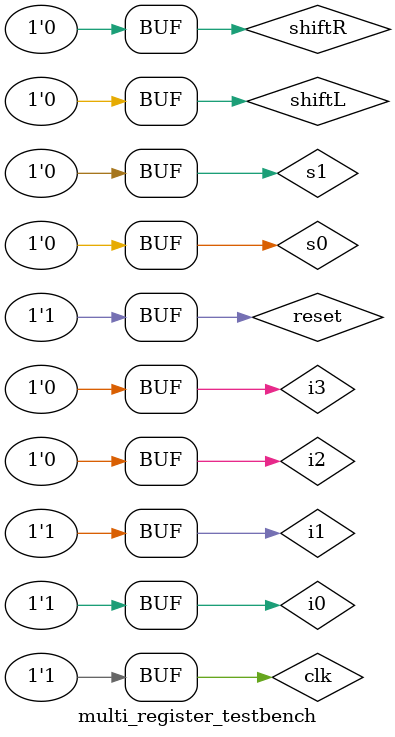
<source format=sv>
`timescale 1ns / 1ps


module multi_register_testbench( );
    logic i0,i1,i2,i3,s0,s1,clk,reset,shiftR,shiftL;
    logic a0,a1,a2,a3;
    
    multi_register dut(i0,i1,i2,i3,s0,s1,clk,reset,shiftR,shiftL,a0,a1,a2,a3 );

    initial begin
    i0 = 1; i1 = 1; i2 = 1; i3=1; s0 =1; s1=1; clk=0; reset=1; shiftR=1; shiftL=1; #10;
    i0 = 1; i1 = 1; i2 = 1; i3=1; s0 =1; s1=0; clk=1; reset=0; shiftR=1; shiftL=1; #10;
    i0 = 0; i1 = 0; i2 = 1; i3=0; s0 =1; s1=0; clk=0; reset=0; shiftR=1; shiftL=0; #10;
    i0 = 0; i1 = 1; i2 = 0; i3=0; s0 =0; s1=1; clk=1; reset=0; shiftR=1; shiftL=0; #10;
    i0 = 1; i1 = 1; i2 = 1; i3=1; s0 =0; s1=1; clk=0; reset=0; shiftR=1; shiftL=1; #10;
    i0 = 1; i1 = 0; i2 = 0; i3=0; s0 =1; s1=1; clk=1; reset=0; shiftR=1; shiftL=1; #10;
    i0 = 0; i1 = 1; i2 = 0; i3=1; s0 =1; s1=1; clk=0; reset=0; shiftR=1; shiftL=0; #10;
    i0 = 0; i1 = 0; i2 = 0; i3=0; s0 =0; s1=0; clk=1; reset=0; shiftR=1; shiftL=1; #10;
    i0 = 1; i1 = 1; i2 = 1; i3=1; s0 =1; s1=1; clk=0; reset=0; shiftR=1; shiftL=0; #10;
    i0 = 0; i1 = 0; i2 = 0; i3=0; s0 =0; s1=0; clk=1; reset=1; shiftR=0; shiftL=1; #10;
    i0 = 1; i1 = 1; i2 = 1; i3=0; s0 =0; s1=0; clk=0; reset=0; shiftR=0; shiftL=1; #10;
    i0 = 1; i1 = 1; i2 = 0; i3=0; s0 =0; s1=0; clk=1; reset=0; shiftR=0; shiftL=1; #10;
    i0 = 1; i1 = 1; i2 = 1; i3=1; s0 =1; s1=1; clk=0; reset=0; shiftR=0; shiftL=1; #10;
    i0 = 1; i1 = 1; i2 = 1; i3=1; s0 =1; s1=0; clk=1; reset=0; shiftR=0; shiftL=1; #10;
    i0 = 0; i1 = 0; i2 = 1; i3=0; s0 =1; s1=0; clk=0; reset=0; shiftR=0; shiftL=1; #10;
    i0 = 0; i1 = 1; i2 = 0; i3=0; s0 =0; s1=1; clk=1; reset=0; shiftR=0; shiftL=1; #10;
    i0 = 1; i1 = 1; i2 = 1; i3=1; s0 =0; s1=0; clk=0; reset=0; shiftR=0; shiftL=1; #10;
    i0 = 1; i1 = 0; i2 = 0; i3=0; s0 =1; s1=1; clk=1; reset=1; shiftR=0; shiftL=0; #10;
    i0 = 0; i1 = 1; i2 = 0; i3=0; s0 =0; s1=1; clk=0; reset=0; shiftR=0; shiftL=0; #10;
    i0 = 0; i1 = 0; i2 = 0; i3=0; s0 =0; s1=0; clk=1; reset=0; shiftR=0; shiftL=0; #10;
    i0 = 1; i1 = 1; i2 = 1; i3=1; s0 =1; s1=1; clk=0; reset=0; shiftR=0; shiftL=0; #10;
    i0 = 0; i1 = 0; i2 = 0; i3=0; s0 =0; s1=0; clk=1; reset=0; shiftR=0; shiftL=0; #10;
    i0 = 1; i1 = 1; i2 = 0; i3=0; s0 =0; s1=0; clk=0; reset=1; shiftR=0; shiftL=0; #10;
    i0 = 1; i1 = 1; i2 = 0; i3=0; s0 =0; s1=0; clk=1; reset=1; shiftR=0; shiftL=0; #10;
    end
endmodule

</source>
